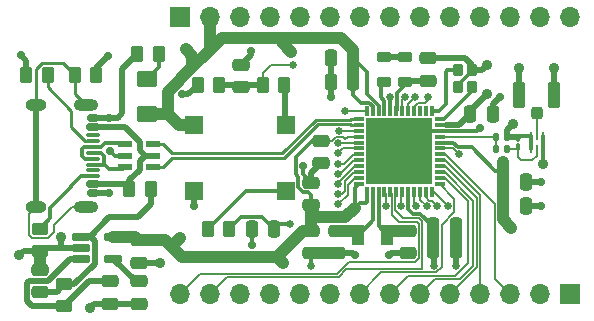
<source format=gbr>
%TF.GenerationSoftware,KiCad,Pcbnew,8.0.4*%
%TF.CreationDate,2024-08-23T17:35:39+03:00*%
%TF.ProjectId,STM32-Pill,53544d33-322d-4506-996c-6c2e6b696361,rev?*%
%TF.SameCoordinates,Original*%
%TF.FileFunction,Copper,L1,Top*%
%TF.FilePolarity,Positive*%
%FSLAX46Y46*%
G04 Gerber Fmt 4.6, Leading zero omitted, Abs format (unit mm)*
G04 Created by KiCad (PCBNEW 8.0.4) date 2024-08-23 17:35:39*
%MOMM*%
%LPD*%
G01*
G04 APERTURE LIST*
G04 Aperture macros list*
%AMRoundRect*
0 Rectangle with rounded corners*
0 $1 Rounding radius*
0 $2 $3 $4 $5 $6 $7 $8 $9 X,Y pos of 4 corners*
0 Add a 4 corners polygon primitive as box body*
4,1,4,$2,$3,$4,$5,$6,$7,$8,$9,$2,$3,0*
0 Add four circle primitives for the rounded corners*
1,1,$1+$1,$2,$3*
1,1,$1+$1,$4,$5*
1,1,$1+$1,$6,$7*
1,1,$1+$1,$8,$9*
0 Add four rect primitives between the rounded corners*
20,1,$1+$1,$2,$3,$4,$5,0*
20,1,$1+$1,$4,$5,$6,$7,0*
20,1,$1+$1,$6,$7,$8,$9,0*
20,1,$1+$1,$8,$9,$2,$3,0*%
G04 Aperture macros list end*
%TA.AperFunction,SMDPad,CuDef*%
%ADD10RoundRect,0.250000X0.262500X0.450000X-0.262500X0.450000X-0.262500X-0.450000X0.262500X-0.450000X0*%
%TD*%
%TA.AperFunction,SMDPad,CuDef*%
%ADD11R,1.500000X1.500000*%
%TD*%
%TA.AperFunction,SMDPad,CuDef*%
%ADD12RoundRect,0.250000X-0.262500X-0.450000X0.262500X-0.450000X0.262500X0.450000X-0.262500X0.450000X0*%
%TD*%
%TA.AperFunction,SMDPad,CuDef*%
%ADD13RoundRect,0.250000X-0.250000X-0.475000X0.250000X-0.475000X0.250000X0.475000X-0.250000X0.475000X0*%
%TD*%
%TA.AperFunction,SMDPad,CuDef*%
%ADD14RoundRect,0.250000X-0.475000X0.250000X-0.475000X-0.250000X0.475000X-0.250000X0.475000X0.250000X0*%
%TD*%
%TA.AperFunction,SMDPad,CuDef*%
%ADD15RoundRect,0.250000X0.450000X-0.262500X0.450000X0.262500X-0.450000X0.262500X-0.450000X-0.262500X0*%
%TD*%
%TA.AperFunction,SMDPad,CuDef*%
%ADD16RoundRect,0.250000X0.250000X0.475000X-0.250000X0.475000X-0.250000X-0.475000X0.250000X-0.475000X0*%
%TD*%
%TA.AperFunction,SMDPad,CuDef*%
%ADD17R,5.600000X5.600000*%
%TD*%
%TA.AperFunction,SMDPad,CuDef*%
%ADD18RoundRect,0.033750X0.401250X-0.101250X0.401250X0.101250X-0.401250X0.101250X-0.401250X-0.101250X0*%
%TD*%
%TA.AperFunction,SMDPad,CuDef*%
%ADD19RoundRect,0.033750X0.101250X-0.401250X0.101250X0.401250X-0.101250X0.401250X-0.101250X-0.401250X0*%
%TD*%
%TA.AperFunction,SMDPad,CuDef*%
%ADD20RoundRect,0.218750X0.381250X-0.218750X0.381250X0.218750X-0.381250X0.218750X-0.381250X-0.218750X0*%
%TD*%
%TA.AperFunction,ComponentPad*%
%ADD21O,1.700000X1.700000*%
%TD*%
%TA.AperFunction,ComponentPad*%
%ADD22R,1.700000X1.700000*%
%TD*%
%TA.AperFunction,SMDPad,CuDef*%
%ADD23RoundRect,0.162500X-0.617500X-0.162500X0.617500X-0.162500X0.617500X0.162500X-0.617500X0.162500X0*%
%TD*%
%TA.AperFunction,SMDPad,CuDef*%
%ADD24RoundRect,0.073750X-0.531250X-0.221250X0.531250X-0.221250X0.531250X0.221250X-0.531250X0.221250X0*%
%TD*%
%TA.AperFunction,SMDPad,CuDef*%
%ADD25RoundRect,0.250000X0.475000X-0.250000X0.475000X0.250000X-0.475000X0.250000X-0.475000X-0.250000X0*%
%TD*%
%TA.AperFunction,SMDPad,CuDef*%
%ADD26RoundRect,0.100000X0.100000X-0.217500X0.100000X0.217500X-0.100000X0.217500X-0.100000X-0.217500X0*%
%TD*%
%TA.AperFunction,SMDPad,CuDef*%
%ADD27RoundRect,0.250000X-0.450000X0.262500X-0.450000X-0.262500X0.450000X-0.262500X0.450000X0.262500X0*%
%TD*%
%TA.AperFunction,SMDPad,CuDef*%
%ADD28RoundRect,0.150000X-0.350000X0.150000X-0.350000X-0.150000X0.350000X-0.150000X0.350000X0.150000X0*%
%TD*%
%TA.AperFunction,SMDPad,CuDef*%
%ADD29RoundRect,0.150000X-0.425000X0.150000X-0.425000X-0.150000X0.425000X-0.150000X0.425000X0.150000X0*%
%TD*%
%TA.AperFunction,SMDPad,CuDef*%
%ADD30RoundRect,0.075000X-0.500000X0.075000X-0.500000X-0.075000X0.500000X-0.075000X0.500000X0.075000X0*%
%TD*%
%TA.AperFunction,ComponentPad*%
%ADD31O,2.100000X1.000000*%
%TD*%
%TA.AperFunction,ComponentPad*%
%ADD32O,1.800000X1.000000*%
%TD*%
%TA.AperFunction,SMDPad,CuDef*%
%ADD33RoundRect,0.140000X-0.140000X-0.170000X0.140000X-0.170000X0.140000X0.170000X-0.140000X0.170000X0*%
%TD*%
%TA.AperFunction,SMDPad,CuDef*%
%ADD34R,1.000000X1.800000*%
%TD*%
%TA.AperFunction,SMDPad,CuDef*%
%ADD35RoundRect,0.147500X-0.147500X-0.172500X0.147500X-0.172500X0.147500X0.172500X-0.147500X0.172500X0*%
%TD*%
%TA.AperFunction,SMDPad,CuDef*%
%ADD36RoundRect,0.102000X0.323000X-0.373000X0.323000X0.373000X-0.323000X0.373000X-0.323000X-0.373000X0*%
%TD*%
%TA.AperFunction,SMDPad,CuDef*%
%ADD37RoundRect,0.218750X-0.381250X0.218750X-0.381250X-0.218750X0.381250X-0.218750X0.381250X0.218750X0*%
%TD*%
%TA.AperFunction,SMDPad,CuDef*%
%ADD38RoundRect,0.250001X-0.624999X0.462499X-0.624999X-0.462499X0.624999X-0.462499X0.624999X0.462499X0*%
%TD*%
%TA.AperFunction,SMDPad,CuDef*%
%ADD39R,0.190000X0.690000*%
%TD*%
%TA.AperFunction,SMDPad,CuDef*%
%ADD40RoundRect,0.250000X0.250000X-0.275000X0.250000X0.275000X-0.250000X0.275000X-0.250000X-0.275000X0*%
%TD*%
%TA.AperFunction,SMDPad,CuDef*%
%ADD41RoundRect,0.250000X0.275000X-0.850000X0.275000X0.850000X-0.275000X0.850000X-0.275000X-0.850000X0*%
%TD*%
%TA.AperFunction,ViaPad*%
%ADD42C,0.650000*%
%TD*%
%TA.AperFunction,ViaPad*%
%ADD43C,0.900000*%
%TD*%
%TA.AperFunction,ViaPad*%
%ADD44C,0.700000*%
%TD*%
%TA.AperFunction,Conductor*%
%ADD45C,0.200000*%
%TD*%
%TA.AperFunction,Conductor*%
%ADD46C,0.500000*%
%TD*%
%TA.AperFunction,Conductor*%
%ADD47C,0.150000*%
%TD*%
%TA.AperFunction,Conductor*%
%ADD48C,0.300000*%
%TD*%
%TA.AperFunction,Conductor*%
%ADD49C,1.000000*%
%TD*%
%TA.AperFunction,Conductor*%
%ADD50C,0.220000*%
%TD*%
%TA.AperFunction,Conductor*%
%ADD51C,0.250000*%
%TD*%
G04 APERTURE END LIST*
D10*
%TO.P,R9,1*%
%TO.N,Net-(D1-K)*%
X132612500Y-84200000D03*
%TO.P,R9,2*%
%TO.N,GND*%
X130787500Y-84200000D03*
%TD*%
D11*
%TO.P,BOOT0,2,2*%
%TO.N,+3.3V*%
X135570002Y-90200000D03*
%TO.P,BOOT0,1,1*%
%TO.N,Net-(R6-Pad1)*%
X143370000Y-90200000D03*
%TD*%
D12*
%TO.P,R5,2*%
%TO.N,/BOOT0*%
X137732500Y-86800000D03*
%TO.P,R5,1*%
%TO.N,GND*%
X135907500Y-86800000D03*
%TD*%
D13*
%TO.P,C6,2*%
%TO.N,GND*%
X157739561Y-100789231D03*
%TO.P,C6,1*%
%TO.N,+3.3V*%
X155839561Y-100789231D03*
%TD*%
D10*
%TO.P,R6,2*%
%TO.N,/BOOT0*%
X141407500Y-86800000D03*
%TO.P,R6,1*%
%TO.N,Net-(R6-Pad1)*%
X143232500Y-86800000D03*
%TD*%
D14*
%TO.P,C21,2*%
%TO.N,GND*%
X130900000Y-101849999D03*
%TO.P,C21,1*%
%TO.N,+3.3V*%
X130900000Y-99950001D03*
%TD*%
D15*
%TO.P,R8,2*%
%TO.N,Net-(U2-IN)*%
X124600000Y-103687500D03*
%TO.P,R8,1*%
%TO.N,Net-(U2-EN)*%
X124600000Y-105512500D03*
%TD*%
D16*
%TO.P,C2,2*%
%TO.N,GND*%
X147150001Y-84539231D03*
%TO.P,C2,1*%
%TO.N,+3.3V*%
X149049999Y-84539231D03*
%TD*%
D17*
%TO.P,U1,49,VSS*%
%TO.N,GND*%
X152950000Y-92439231D03*
D18*
%TO.P,U1,48,VDD*%
%TO.N,+3.3V*%
X149520000Y-95189231D03*
%TO.P,U1,47,PB7*%
%TO.N,/PB7*%
X149520000Y-94689231D03*
%TO.P,U1,46,PB6*%
%TO.N,/PB6*%
X149520000Y-94189231D03*
%TO.P,U1,45,PB5*%
%TO.N,/PB5*%
X149520000Y-93689231D03*
%TO.P,U1,44,PB4*%
%TO.N,/PB4*%
X149520000Y-93189231D03*
%TO.P,U1,43,PB3*%
%TO.N,/PB3*%
X149520000Y-92689231D03*
%TO.P,U1,42,PA15*%
%TO.N,/PA15*%
X149520000Y-92189231D03*
%TO.P,U1,41,PA14*%
%TO.N,/PA14*%
X149520000Y-91689231D03*
%TO.P,U1,40,VDDUSB*%
%TO.N,+3.3V*%
X149520000Y-91189231D03*
%TO.P,U1,39,PA13*%
%TO.N,/PA13*%
X149520000Y-90689231D03*
%TO.P,U1,38,PA12*%
%TO.N,/USB_D+*%
X149520000Y-90189231D03*
%TO.P,U1,37,PA11*%
%TO.N,/USB_D-*%
X149520000Y-89689231D03*
D19*
%TO.P,U1,36,PA10*%
%TO.N,/PA10*%
X150200000Y-89009231D03*
%TO.P,U1,35,VDD*%
%TO.N,+3.3V*%
X150700000Y-89009231D03*
%TO.P,U1,34,VDDSMPS*%
X151200000Y-89009231D03*
%TO.P,U1,33,VLXSMPS*%
%TO.N,/SMPS_LX*%
X151700000Y-89009231D03*
%TO.P,U1,32,VSSSMPS*%
%TO.N,GND*%
X152200000Y-89009231D03*
%TO.P,U1,31,VFBSMPS*%
%TO.N,/SMPS_FB*%
X152700000Y-89009231D03*
%TO.P,U1,30,PE4*%
%TO.N,/PE4*%
X153200000Y-89009231D03*
%TO.P,U1,29,PB1*%
%TO.N,/PB1*%
X153700000Y-89009231D03*
%TO.P,U1,28,PB0*%
%TO.N,/PB0*%
X154200000Y-89009231D03*
%TO.P,U1,27,AT1*%
%TO.N,unconnected-(U1-AT1-Pad27)*%
X154700000Y-89009231D03*
%TO.P,U1,26,AT0*%
%TO.N,unconnected-(U1-AT0-Pad26)*%
X155200000Y-89009231D03*
%TO.P,U1,25,OSC_IN*%
%TO.N,/HSE_IN*%
X155700000Y-89009231D03*
D18*
%TO.P,U1,24,OSC_OUT*%
%TO.N,/HSE_OUT*%
X156380000Y-89689231D03*
%TO.P,U1,23,VDDRF*%
%TO.N,+3.3V*%
X156380000Y-90189231D03*
%TO.P,U1,22,VSSRF*%
%TO.N,GND*%
X156380000Y-90689231D03*
%TO.P,U1,21,RF1*%
%TO.N,/RF*%
X156380000Y-91189231D03*
%TO.P,U1,20,VDD*%
%TO.N,+3.3V*%
X156380000Y-91689231D03*
%TO.P,U1,19,PB2*%
%TO.N,/PB2*%
X156380000Y-92189231D03*
%TO.P,U1,18,PA9*%
%TO.N,/PA9*%
X156380000Y-92689231D03*
%TO.P,U1,17,PA8*%
%TO.N,/PA8*%
X156380000Y-93189231D03*
%TO.P,U1,16,PA7*%
%TO.N,/PA7*%
X156380000Y-93689231D03*
%TO.P,U1,15,PA6*%
%TO.N,/PA6*%
X156380000Y-94189231D03*
%TO.P,U1,14,PA5*%
%TO.N,/PA5*%
X156380000Y-94689231D03*
%TO.P,U1,13,PA4*%
%TO.N,/PA4*%
X156380000Y-95189231D03*
D19*
%TO.P,U1,12,PA3*%
%TO.N,/PA3*%
X155700000Y-95869231D03*
%TO.P,U1,11,PA2*%
%TO.N,/PA2*%
X155200000Y-95869231D03*
%TO.P,U1,10,PA1*%
%TO.N,/PA1*%
X154700000Y-95869231D03*
%TO.P,U1,9,PA0*%
%TO.N,/PA0*%
X154200000Y-95869231D03*
%TO.P,U1,8,VDDA*%
%TO.N,+3.3V*%
X153700000Y-95869231D03*
%TO.P,U1,7,NRST*%
%TO.N,/NRST*%
X153200000Y-95869231D03*
%TO.P,U1,6,PB9*%
%TO.N,/PB9*%
X152700000Y-95869231D03*
%TO.P,U1,5,PB8*%
%TO.N,/PB8*%
X152200000Y-95869231D03*
%TO.P,U1,4,PH3*%
%TO.N,/BOOT0*%
X151700000Y-95869231D03*
%TO.P,U1,3,PC15*%
%TO.N,/LSE_OUT*%
X151200000Y-95869231D03*
%TO.P,U1,2,PC14*%
%TO.N,/LSE_IN*%
X150700000Y-95869231D03*
%TO.P,U1,1,VBAT*%
%TO.N,+3.3V*%
X150200000Y-95869231D03*
%TD*%
D20*
%TO.P,L1,2,2*%
%TO.N,/SMPS_LX1*%
X151621800Y-84437500D03*
%TO.P,L1,1,1*%
%TO.N,/SMPS_LX*%
X151621800Y-86562500D03*
%TD*%
D21*
%TO.P,J2,14,Pin_14*%
%TO.N,/PB8*%
X134380000Y-104489231D03*
%TO.P,J2,13,Pin_13*%
%TO.N,/PB9*%
X136920000Y-104489231D03*
%TO.P,J2,12,Pin_12*%
%TO.N,/PA0*%
X139460001Y-104489231D03*
%TO.P,J2,11,Pin_11*%
%TO.N,/PA1*%
X142000000Y-104489231D03*
%TO.P,J2,10,Pin_10*%
%TO.N,/PA2*%
X144540000Y-104489231D03*
%TO.P,J2,9,Pin_9*%
%TO.N,/PA3*%
X147080000Y-104489231D03*
%TO.P,J2,8,Pin_8*%
%TO.N,/PA4*%
X149619999Y-104489231D03*
%TO.P,J2,7,Pin_7*%
%TO.N,/PA5*%
X152160000Y-104489231D03*
%TO.P,J2,6,Pin_6*%
%TO.N,/PA6*%
X154700000Y-104489231D03*
%TO.P,J2,5,Pin_5*%
%TO.N,/PA7*%
X157240000Y-104489231D03*
%TO.P,J2,4,Pin_4*%
%TO.N,/PA8*%
X159780000Y-104489231D03*
%TO.P,J2,3,Pin_3*%
%TO.N,/PA9*%
X162320001Y-104489231D03*
%TO.P,J2,2,Pin_2*%
%TO.N,/PE4*%
X164860000Y-104489231D03*
D22*
%TO.P,J2,1,Pin_1*%
%TO.N,GND*%
X167400000Y-104489231D03*
%TD*%
D23*
%TO.P,U2,1,IN*%
%TO.N,Net-(U2-IN)*%
X126050000Y-99650000D03*
%TO.P,U2,2,GND*%
%TO.N,GND*%
X126050000Y-100600000D03*
%TO.P,U2,3,EN*%
%TO.N,Net-(U2-EN)*%
X126050000Y-101550000D03*
%TO.P,U2,4,NR*%
%TO.N,Net-(U2-NR)*%
X128750000Y-101550000D03*
%TO.P,U2,5,OUT*%
%TO.N,+3.3V*%
X128750000Y-99650000D03*
%TD*%
D14*
%TO.P,C20,2*%
%TO.N,GND*%
X130900000Y-105349999D03*
%TO.P,C20,1*%
%TO.N,Net-(U2-NR)*%
X130900000Y-103450001D03*
%TD*%
D24*
%TO.P,U3,1,I/O1*%
%TO.N,Net-(J1-D--PadA7)*%
X129731600Y-91850001D03*
%TO.P,U3,2,GND*%
%TO.N,GND*%
X129731600Y-92800001D03*
%TO.P,U3,3,I/O2*%
%TO.N,Net-(J1-D+-PadA6)*%
X129731600Y-93750001D03*
%TO.P,U3,4,I/O2*%
%TO.N,/USB_D+*%
X132068400Y-93750001D03*
%TO.P,U3,5,VBUS*%
%TO.N,VBUS (+5V)*%
X132068400Y-92800001D03*
%TO.P,U3,6,I/O1*%
%TO.N,/USB_D-*%
X132068400Y-91850001D03*
%TD*%
D11*
%TO.P,SW1,1,1*%
%TO.N,Net-(R1-Pad1)*%
X143370000Y-95800000D03*
%TO.P,SW1,2,2*%
%TO.N,GND*%
X135570002Y-95800000D03*
%TD*%
D13*
%TO.P,C9,1*%
%TO.N,+3.3V*%
X161750000Y-97039231D03*
%TO.P,C9,2*%
%TO.N,GND*%
X163650000Y-97039231D03*
%TD*%
D14*
%TO.P,C14,2*%
%TO.N,GND*%
X153700000Y-101039230D03*
%TO.P,C14,1*%
%TO.N,/LSE_OUT*%
X153700000Y-99139232D03*
%TD*%
D25*
%TO.P,C12,2*%
%TO.N,GND*%
X155400000Y-84550001D03*
%TO.P,C12,1*%
%TO.N,/SMPS_FB*%
X155400000Y-86449999D03*
%TD*%
D14*
%TO.P,C4,2*%
%TO.N,GND*%
X145500000Y-101039230D03*
%TO.P,C4,1*%
%TO.N,+3.3V*%
X145500000Y-99139232D03*
%TD*%
D13*
%TO.P,C5,2*%
%TO.N,GND*%
X157739560Y-98789231D03*
%TO.P,C5,1*%
%TO.N,+3.3V*%
X155839562Y-98789231D03*
%TD*%
D26*
%TO.P,C16,2*%
%TO.N,GND*%
X163000000Y-91292500D03*
%TO.P,C16,1*%
%TO.N,Net-(FL1-IN)*%
X163000000Y-92107500D03*
%TD*%
D14*
%TO.P,C19,1*%
%TO.N,Net-(U2-EN)*%
X128500000Y-103450001D03*
%TO.P,C19,2*%
%TO.N,GND*%
X128500000Y-105349999D03*
%TD*%
D27*
%TO.P,R2,2*%
%TO.N,GND*%
X122498163Y-100833500D03*
%TO.P,R2,1*%
%TO.N,Net-(J1-CC2)*%
X122498163Y-99008500D03*
%TD*%
D10*
%TO.P,R3,1*%
%TO.N,Net-(J1-CC1)*%
X123212500Y-86000001D03*
%TO.P,R3,2*%
%TO.N,GND*%
X121387500Y-86000001D03*
%TD*%
D28*
%TO.P,J1,A1,GND*%
%TO.N,GND*%
X127065000Y-89600001D03*
D29*
%TO.P,J1,A4,VBUS*%
%TO.N,VBUS (+5V)*%
X126990000Y-90400001D03*
D30*
%TO.P,J1,A5,CC1*%
%TO.N,Net-(J1-CC1)*%
X126989999Y-91550001D03*
%TO.P,J1,A6,D+*%
%TO.N,Net-(J1-D+-PadA6)*%
X126990000Y-92550001D03*
%TO.P,J1,A7,D-*%
%TO.N,Net-(J1-D--PadA7)*%
X126990000Y-93050001D03*
%TO.P,J1,A8,SBU1*%
%TO.N,unconnected-(J1-SBU1-PadA8)*%
X126989999Y-94050001D03*
D29*
%TO.P,J1,A9,VBUS*%
%TO.N,VBUS (+5V)*%
X126990000Y-95200001D03*
D28*
%TO.P,J1,A12,GND*%
%TO.N,GND*%
X127065000Y-96000001D03*
%TO.P,J1,B1,GND*%
X127065000Y-96000001D03*
D29*
%TO.P,J1,B4,VBUS*%
%TO.N,VBUS (+5V)*%
X126990000Y-95200001D03*
D30*
%TO.P,J1,B5,CC2*%
%TO.N,Net-(J1-CC2)*%
X126990000Y-94550001D03*
%TO.P,J1,B6,D+*%
%TO.N,Net-(J1-D+-PadA6)*%
X126990000Y-93550001D03*
%TO.P,J1,B7,D-*%
%TO.N,Net-(J1-D--PadA7)*%
X126990000Y-92050001D03*
%TO.P,J1,B8,SBU2*%
%TO.N,unconnected-(J1-SBU2-PadB8)*%
X126990000Y-91050001D03*
D29*
%TO.P,J1,B9,VBUS*%
%TO.N,VBUS (+5V)*%
X126990000Y-90400001D03*
D28*
%TO.P,J1,B12,GND*%
%TO.N,GND*%
X127065000Y-89600001D03*
D31*
%TO.P,J1,S1,SHIELD*%
%TO.N,Net-(J1-SHIELD)*%
X126415000Y-88480001D03*
D32*
X122235000Y-88480001D03*
D31*
X126415000Y-97120001D03*
D32*
X122235000Y-97120001D03*
%TD*%
D12*
%TO.P,R1,1*%
%TO.N,Net-(R1-Pad1)*%
X136737500Y-99050000D03*
%TO.P,R1,2*%
%TO.N,/NRST*%
X138562500Y-99050000D03*
%TD*%
D33*
%TO.P,C15,2*%
%TO.N,GND*%
X162080000Y-91200000D03*
%TO.P,C15,1*%
%TO.N,/RF*%
X161120000Y-91200000D03*
%TD*%
D25*
%TO.P,C7,1*%
%TO.N,+3.3V*%
X145500000Y-96989230D03*
%TO.P,C7,2*%
%TO.N,GND*%
X145500000Y-95089232D03*
%TD*%
D14*
%TO.P,C13,2*%
%TO.N,GND*%
X147700000Y-101039230D03*
%TO.P,C13,1*%
%TO.N,/LSE_IN*%
X147700000Y-99139232D03*
%TD*%
D34*
%TO.P,X2,2,2*%
%TO.N,/LSE_IN*%
X149450000Y-99539231D03*
%TO.P,X2,1,1*%
%TO.N,/LSE_OUT*%
X151950000Y-99539231D03*
%TD*%
D35*
%TO.P,L3,2,2*%
%TO.N,Net-(FL1-IN)*%
X162085000Y-92200000D03*
%TO.P,L3,1,1*%
%TO.N,/RF*%
X161115000Y-92200000D03*
%TD*%
D16*
%TO.P,C1,2*%
%TO.N,GND*%
X147150001Y-86539231D03*
%TO.P,C1,1*%
%TO.N,+3.3V*%
X149049999Y-86539231D03*
%TD*%
D36*
%TO.P,X1,1,1*%
%TO.N,/HSE_OUT*%
X159075000Y-87025000D03*
%TO.P,X1,2,2*%
%TO.N,GND*%
X159075000Y-85575000D03*
%TO.P,X1,3,3*%
%TO.N,/HSE_IN*%
X157925000Y-85575000D03*
%TO.P,X1,4,4*%
%TO.N,GND*%
X157925000Y-87025000D03*
%TD*%
D22*
%TO.P,J3,1,Pin_1*%
%TO.N,GND*%
X134390000Y-81089231D03*
D21*
%TO.P,J3,2,Pin_2*%
%TO.N,+3.3V*%
X136930000Y-81089231D03*
%TO.P,J3,3,Pin_3*%
%TO.N,/PB7*%
X139469999Y-81089231D03*
%TO.P,J3,4,Pin_4*%
%TO.N,/PB6*%
X142010000Y-81089231D03*
%TO.P,J3,5,Pin_5*%
%TO.N,/PB5*%
X144550000Y-81089231D03*
%TO.P,J3,6,Pin_6*%
%TO.N,/PB4*%
X147090000Y-81089231D03*
%TO.P,J3,7,Pin_7*%
%TO.N,/PB3*%
X149630000Y-81089231D03*
%TO.P,J3,8,Pin_8*%
%TO.N,/PA14*%
X152170001Y-81089231D03*
%TO.P,J3,9,Pin_9*%
%TO.N,/PA13*%
X154710000Y-81089231D03*
%TO.P,J3,10,Pin_10*%
%TO.N,/PA10*%
X157250000Y-81089231D03*
%TO.P,J3,11,Pin_11*%
%TO.N,/PA15*%
X159790000Y-81089231D03*
%TO.P,J3,12,Pin_12*%
%TO.N,/PB2*%
X162329999Y-81089231D03*
%TO.P,J3,13,Pin_13*%
%TO.N,/PB1*%
X164870000Y-81089231D03*
%TO.P,J3,14,Pin_14*%
%TO.N,/PB0*%
X167410000Y-81089231D03*
%TD*%
D37*
%TO.P,L2,2,2*%
%TO.N,/SMPS_FB*%
X153445900Y-86562500D03*
%TO.P,L2,1,1*%
%TO.N,/SMPS_LX1*%
X153445900Y-84437500D03*
%TD*%
D16*
%TO.P,C11,1*%
%TO.N,/NRST*%
X142349999Y-99050000D03*
%TO.P,C11,2*%
%TO.N,GND*%
X140450001Y-99050000D03*
%TD*%
D12*
%TO.P,R4,1*%
%TO.N,Net-(J1-SHIELD)*%
X125487500Y-86000001D03*
%TO.P,R4,2*%
%TO.N,GND*%
X127312500Y-86000001D03*
%TD*%
D25*
%TO.P,C18,1*%
%TO.N,Net-(U2-IN)*%
X122500000Y-104349999D03*
%TO.P,C18,2*%
%TO.N,GND*%
X122500000Y-102450001D03*
%TD*%
D38*
%TO.P,D1,1,K*%
%TO.N,Net-(D1-K)*%
X131600000Y-86312501D03*
%TO.P,D1,2,A*%
%TO.N,+3.3V*%
X131600000Y-89287501D03*
%TD*%
D13*
%TO.P,C3,1*%
%TO.N,+3.3V*%
X158950001Y-89300000D03*
%TO.P,C3,2*%
%TO.N,GND*%
X160849999Y-89300000D03*
%TD*%
D39*
%TO.P,FL1,6,GND*%
%TO.N,GND*%
X164100000Y-91130001D03*
%TO.P,FL1,5,OUT*%
%TO.N,/RF_Antenna*%
X164600000Y-91130000D03*
%TO.P,FL1,4,GND*%
%TO.N,GND*%
X165100000Y-91130001D03*
%TO.P,FL1,3,GND*%
X165100000Y-92269999D03*
%TO.P,FL1,2,IN*%
%TO.N,Net-(FL1-IN)*%
X164600000Y-92270000D03*
%TO.P,FL1,1,GND*%
%TO.N,GND*%
X164100000Y-92269999D03*
%TD*%
D10*
%TO.P,R7,1*%
%TO.N,Net-(U2-IN)*%
X131912500Y-95600000D03*
%TO.P,R7,2*%
%TO.N,VBUS (+5V)*%
X130087500Y-95600000D03*
%TD*%
D14*
%TO.P,C10,2*%
%TO.N,GND*%
X146300000Y-93449999D03*
%TO.P,C10,1*%
%TO.N,+3.3V*%
X146300000Y-91550001D03*
%TD*%
D13*
%TO.P,C8,1*%
%TO.N,+3.3V*%
X161750000Y-95000000D03*
%TO.P,C8,2*%
%TO.N,GND*%
X163650000Y-95000000D03*
%TD*%
D25*
%TO.P,C17,2*%
%TO.N,GND*%
X139570001Y-85100001D03*
%TO.P,C17,1*%
%TO.N,/BOOT0*%
X139570001Y-86999999D03*
%TD*%
D40*
%TO.P,J4,1,In*%
%TO.N,/RF_Antenna*%
X164600000Y-89150000D03*
D41*
%TO.P,J4,2,Ext*%
%TO.N,GND*%
X163125000Y-87625000D03*
X166075000Y-87625000D03*
%TD*%
D42*
%TO.N,/PE4*%
X153400000Y-87800000D03*
%TO.N,/PB0*%
X155400000Y-87800000D03*
%TO.N,/PB1*%
X154300000Y-87800000D03*
%TO.N,/PB2*%
X158000000Y-92700000D03*
%TO.N,/PA13*%
X147829231Y-90689231D03*
%TO.N,/NRST*%
X153105000Y-97089231D03*
D43*
%TO.N,GND*%
X120800000Y-101200000D03*
X124300000Y-99700000D03*
X126800000Y-105700000D03*
X132700000Y-101900000D03*
D42*
X145500000Y-102116901D03*
D43*
%TO.N,+3.3V*%
X143800000Y-84000000D03*
X143100000Y-101900000D03*
X134350000Y-99750000D03*
%TO.N,GND*%
X154300000Y-93900000D03*
X151500000Y-91100000D03*
D42*
%TO.N,/BOOT0*%
X151795000Y-97089231D03*
D43*
%TO.N,GND*%
X160400000Y-85100000D03*
X166075000Y-85400000D03*
X163100000Y-85400000D03*
X165100000Y-93500000D03*
X162600000Y-90100000D03*
%TO.N,+3.3V*%
X160400000Y-87600000D03*
D44*
%TO.N,GND*%
X164950000Y-95000000D03*
D42*
X157789561Y-102100000D03*
D44*
X128491617Y-92400000D03*
X120900000Y-84300001D03*
X140450001Y-100400000D03*
X128300000Y-84400001D03*
X149250000Y-101235789D03*
X144800000Y-93700000D03*
X140400000Y-83900001D03*
X147200000Y-87800000D03*
X134600000Y-87600000D03*
X128400000Y-89600001D03*
X152050000Y-101235789D03*
X159800000Y-90489231D03*
X128400000Y-96000001D03*
D42*
X152200000Y-87800000D03*
D44*
X161500000Y-87800000D03*
X164950000Y-97039231D03*
D42*
%TO.N,+3.3V*%
X155889561Y-102100000D03*
D43*
X161747099Y-93373177D03*
D44*
X134900000Y-83800001D03*
D43*
X162450000Y-98889231D03*
D42*
%TO.N,/NRST*%
X143700000Y-98600000D03*
%TO.N,/BOOT0*%
X143960439Y-85089231D03*
%TO.N,/PA2*%
X156187500Y-97089231D03*
%TO.N,/PA1*%
X155275000Y-97089231D03*
%TO.N,/PA10*%
X148400000Y-89000000D03*
%TO.N,/PA3*%
X157100000Y-97089231D03*
%TO.N,/PA0*%
X154362500Y-97089231D03*
%TO.N,/PB5*%
X147800000Y-95183332D03*
%TO.N,/PB6*%
X147800000Y-96041665D03*
%TO.N,/PB4*%
X147800000Y-94324999D03*
%TO.N,/PB7*%
X147800000Y-96900000D03*
%TO.N,/PA15*%
X147800000Y-92608333D03*
%TO.N,/PB3*%
X147800000Y-93466666D03*
D44*
%TO.N,GND*%
X135600000Y-97100000D03*
D42*
%TO.N,/PA14*%
X147800000Y-91750000D03*
%TD*%
D45*
%TO.N,Net-(J1-SHIELD)*%
X123200000Y-99800000D02*
X123700000Y-99300000D01*
X121578163Y-99478163D02*
X121900000Y-99800000D01*
X121900000Y-99800000D02*
X123200000Y-99800000D01*
X121578163Y-97776838D02*
X121578163Y-99478163D01*
X123700000Y-98700000D02*
X125279999Y-97120001D01*
X125279999Y-97120001D02*
X126415000Y-97120001D01*
X123700000Y-99300000D02*
X123700000Y-98700000D01*
X122235000Y-97120001D02*
X121578163Y-97776838D01*
D46*
%TO.N,Net-(U2-EN)*%
X125050000Y-101550000D02*
X126050000Y-101550000D01*
X121405000Y-105083489D02*
X121405000Y-103595000D01*
X121580199Y-103419801D02*
X123180199Y-103419801D01*
X121834011Y-105512500D02*
X121405000Y-105083489D01*
X124600000Y-105512500D02*
X121834011Y-105512500D01*
X121405000Y-103595000D02*
X121580199Y-103419801D01*
X123180199Y-103419801D02*
X125050000Y-101550000D01*
%TO.N,Net-(U2-IN)*%
X123937501Y-104349999D02*
X124600000Y-103687500D01*
X122500000Y-104349999D02*
X123937501Y-104349999D01*
D47*
%TO.N,/PA13*%
X147829231Y-90689231D02*
X149520000Y-90689231D01*
%TO.N,+3.3V*%
X147264607Y-91550001D02*
X146300000Y-91550001D01*
X147584608Y-91230000D02*
X147264607Y-91550001D01*
X148380769Y-91419231D02*
X148191538Y-91230000D01*
X148610769Y-91189231D02*
X148380769Y-91419231D01*
X148191538Y-91230000D02*
X147584608Y-91230000D01*
X149520000Y-91189231D02*
X148610769Y-91189231D01*
%TO.N,/NRST*%
X153200000Y-95869231D02*
X153105000Y-95964231D01*
X153105000Y-95964231D02*
X153105000Y-97183311D01*
%TO.N,/BOOT0*%
X151795000Y-95964231D02*
X151700000Y-95869231D01*
X151795000Y-97200000D02*
X151795000Y-95964231D01*
%TO.N,/PB9*%
X138339231Y-103070000D02*
X136920000Y-104489231D01*
X147811838Y-103070000D02*
X138339231Y-103070000D01*
X148471838Y-102410000D02*
X147811838Y-103070000D01*
X154890000Y-98327573D02*
X154890000Y-102410000D01*
X153231297Y-98045000D02*
X154607427Y-98045000D01*
X154890000Y-102410000D02*
X148471838Y-102410000D01*
X154607427Y-98045000D02*
X154890000Y-98327573D01*
X152585000Y-97398703D02*
X153231297Y-98045000D01*
X152585000Y-95984231D02*
X152585000Y-97398703D01*
X152700000Y-95869231D02*
X152585000Y-95984231D01*
%TO.N,/PB8*%
X152315000Y-97815000D02*
X152315000Y-95984231D01*
X154620000Y-98565000D02*
X154455000Y-98400000D01*
X152315000Y-95984231D02*
X152200000Y-95869231D01*
X154455000Y-98400000D02*
X152900000Y-98400000D01*
X154319693Y-101780789D02*
X154620000Y-101480482D01*
X148719211Y-101780789D02*
X154319693Y-101780789D01*
X154620000Y-101480482D02*
X154620000Y-98565000D01*
X152900000Y-98400000D02*
X152315000Y-97815000D01*
X147700000Y-102800000D02*
X148719211Y-101780789D01*
X136069231Y-102800000D02*
X147700000Y-102800000D01*
X134380000Y-104489231D02*
X136069231Y-102800000D01*
%TO.N,/PA3*%
X155700000Y-95869231D02*
X155880000Y-95869231D01*
X155880000Y-95869231D02*
X157100000Y-97089231D01*
%TO.N,/PA2*%
X155698269Y-96600000D02*
X156187500Y-97089231D01*
X155495769Y-96600000D02*
X155698269Y-96600000D01*
X155200000Y-95869231D02*
X155200000Y-96304231D01*
X155200000Y-96304231D02*
X155495769Y-96600000D01*
%TO.N,/PA1*%
X154700000Y-96514231D02*
X155275000Y-97089231D01*
X154700000Y-95869231D02*
X154700000Y-96514231D01*
%TO.N,/PA0*%
X154200000Y-96926731D02*
X154362500Y-97089231D01*
X154200000Y-95869231D02*
X154200000Y-96926731D01*
%TO.N,/PA4*%
X151425533Y-102683697D02*
X149619999Y-104489231D01*
X156041256Y-102683697D02*
X151425533Y-102683697D01*
X156534561Y-98632978D02*
X156534561Y-102190392D01*
X157620000Y-97547539D02*
X156534561Y-98632978D01*
X156534561Y-102190392D02*
X156041256Y-102683697D01*
X157620000Y-96429231D02*
X157620000Y-97547539D01*
X156380000Y-95189231D02*
X157620000Y-96429231D01*
%TO.N,/PA5*%
X153695534Y-102953697D02*
X152160000Y-104489231D01*
X157700000Y-102953697D02*
X153695534Y-102953697D01*
X158800000Y-96674231D02*
X158800000Y-101853697D01*
X158800000Y-101853697D02*
X157700000Y-102953697D01*
X156815000Y-94689231D02*
X158800000Y-96674231D01*
X156380000Y-94689231D02*
X156815000Y-94689231D01*
%TO.N,/PA6*%
X158123696Y-103223697D02*
X155965534Y-103223697D01*
X159230000Y-102117393D02*
X158123696Y-103223697D01*
X159230000Y-96604231D02*
X159230000Y-102117393D01*
X155965534Y-103223697D02*
X154700000Y-104489231D01*
X156815000Y-94189231D02*
X159230000Y-96604231D01*
X156380000Y-94189231D02*
X156815000Y-94189231D01*
%TO.N,/PA7*%
X159500000Y-102229231D02*
X157240000Y-104489231D01*
X159500000Y-96374231D02*
X159500000Y-102229231D01*
X156815000Y-93689231D02*
X159500000Y-96374231D01*
X156380000Y-93689231D02*
X156815000Y-93689231D01*
%TO.N,/PA8*%
X159780000Y-96154231D02*
X159780000Y-104489231D01*
X156815000Y-93189231D02*
X159780000Y-96154231D01*
X156380000Y-93189231D02*
X156815000Y-93189231D01*
%TO.N,/PA9*%
X161055000Y-103224230D02*
X162320001Y-104489231D01*
X161055000Y-96929231D02*
X161055000Y-103224230D01*
X156815000Y-92689231D02*
X161055000Y-96929231D01*
X156380000Y-92689231D02*
X156815000Y-92689231D01*
%TO.N,/PE4*%
X153200000Y-88000000D02*
X153400000Y-87800000D01*
X153200000Y-89009231D02*
X153200000Y-88000000D01*
D48*
%TO.N,/SMPS_FB*%
X152795000Y-88914231D02*
X152700000Y-89009231D01*
X153445900Y-86854100D02*
X152795000Y-87505000D01*
X153445900Y-86562500D02*
X153445900Y-86854100D01*
X152795000Y-87505000D02*
X152795000Y-88914231D01*
D47*
%TO.N,/PB2*%
X157489231Y-92189231D02*
X156380000Y-92189231D01*
X158000000Y-92700000D02*
X157489231Y-92189231D01*
D49*
%TO.N,+3.3V*%
X161750000Y-94100000D02*
X161750000Y-93376078D01*
X161750000Y-95039231D02*
X161750000Y-94100000D01*
D47*
%TO.N,/PB7*%
X148590000Y-96110000D02*
X147800000Y-96900000D01*
X149193064Y-94689231D02*
X148590000Y-95292295D01*
X148590000Y-95292295D02*
X148590000Y-96110000D01*
X149520000Y-94689231D02*
X149193064Y-94689231D01*
%TO.N,/PB6*%
X148320000Y-95791665D02*
X148070000Y-96041665D01*
X149085000Y-94189231D02*
X148320000Y-94954231D01*
X148320000Y-94954231D02*
X148320000Y-95791665D01*
X149520000Y-94189231D02*
X149085000Y-94189231D01*
%TO.N,/PB5*%
X149193064Y-93689231D02*
X147800000Y-95082295D01*
X149520000Y-93689231D02*
X149193064Y-93689231D01*
X147800000Y-95082295D02*
X147800000Y-95183332D01*
%TO.N,/PB4*%
X149520000Y-93189231D02*
X149085000Y-93189231D01*
X149085000Y-93189231D02*
X147949232Y-94324999D01*
X147949232Y-94324999D02*
X147800000Y-94324999D01*
%TO.N,/PB0*%
X155120769Y-88379231D02*
X154503064Y-88379231D01*
X155400000Y-88100000D02*
X155120769Y-88379231D01*
X154200000Y-88682295D02*
X154200000Y-89009231D01*
X155400000Y-87800000D02*
X155400000Y-88100000D01*
X154503064Y-88379231D02*
X154200000Y-88682295D01*
%TO.N,/PB1*%
X153700000Y-88400000D02*
X153700000Y-89009231D01*
X154300000Y-87800000D02*
X153700000Y-88400000D01*
%TO.N,/PB6*%
X147800000Y-95974231D02*
X147800000Y-96041665D01*
%TO.N,/PB3*%
X148307565Y-93466666D02*
X147800000Y-93466666D01*
X149085000Y-92689231D02*
X148307565Y-93466666D01*
X149520000Y-92689231D02*
X149085000Y-92689231D01*
%TO.N,/PA15*%
X148219102Y-92189231D02*
X147800000Y-92608333D01*
X149520000Y-92189231D02*
X148219102Y-92189231D01*
%TO.N,/PA14*%
X147860769Y-91689231D02*
X147800000Y-91750000D01*
X149520000Y-91689231D02*
X147860769Y-91689231D01*
D46*
%TO.N,GND*%
X124300000Y-100600000D02*
X124300000Y-99700000D01*
X126050000Y-100600000D02*
X124300000Y-100600000D01*
X127150001Y-105349999D02*
X126800000Y-105700000D01*
X128500000Y-105349999D02*
X127150001Y-105349999D01*
X132649999Y-101849999D02*
X132700000Y-101900000D01*
X130900000Y-101849999D02*
X132649999Y-101849999D01*
D48*
%TO.N,/NRST*%
X142799999Y-98600000D02*
X142349999Y-99050000D01*
X143700000Y-98600000D02*
X142799999Y-98600000D01*
%TO.N,GND*%
X145500000Y-102116901D02*
X145500000Y-101039230D01*
X145616902Y-102116901D02*
X145500000Y-101999999D01*
D49*
X145500000Y-101039230D02*
X147700000Y-101039230D01*
D48*
%TO.N,Net-(D1-K)*%
X132612500Y-85300001D02*
X131600000Y-86312501D01*
X132612500Y-84200000D02*
X132612500Y-85300001D01*
D46*
%TO.N,GND*%
X129500000Y-85487500D02*
X130787500Y-84200000D01*
X129500000Y-89200000D02*
X129500000Y-85487500D01*
X129099999Y-89600001D02*
X129500000Y-89200000D01*
X128400000Y-89600001D02*
X129099999Y-89600001D01*
D48*
%TO.N,+3.3V*%
X144400000Y-94583202D02*
X144180000Y-94363202D01*
X144400000Y-95456550D02*
X144400000Y-94583202D01*
X144802682Y-95859232D02*
X144400000Y-95456550D01*
X144180000Y-92945001D02*
X145575000Y-91550001D01*
X145575000Y-91550001D02*
X146300000Y-91550001D01*
X145259232Y-95859232D02*
X144802682Y-95859232D01*
X144180000Y-94363202D02*
X144180000Y-92945001D01*
X145500000Y-96100000D02*
X145259232Y-95859232D01*
X145500000Y-96989230D02*
X145500000Y-96100000D01*
X146500000Y-97989230D02*
X145500000Y-96989230D01*
D49*
X146500000Y-98000000D02*
X148400000Y-98000000D01*
X145500000Y-98000000D02*
X146500000Y-98000000D01*
D48*
X146500000Y-98000000D02*
X146500000Y-97989230D01*
%TO.N,GND*%
X144800000Y-93700000D02*
X144800000Y-94389232D01*
X144800000Y-94389232D02*
X145500000Y-95089232D01*
D49*
%TO.N,+3.3V*%
X143000000Y-83200000D02*
X143800000Y-84000000D01*
X143000000Y-82800000D02*
X143000000Y-83200000D01*
X143000000Y-82800000D02*
X148035768Y-82800000D01*
X137956987Y-82800000D02*
X143000000Y-82800000D01*
X133650000Y-100450000D02*
X134350000Y-99750000D01*
X142604671Y-101404671D02*
X143100000Y-101900000D01*
X142604671Y-101370000D02*
X142604671Y-101404671D01*
X133650000Y-100450000D02*
X133150001Y-99950001D01*
X134570000Y-101370000D02*
X133650000Y-100450000D01*
D46*
%TO.N,GND*%
X159925000Y-85575000D02*
X160400000Y-85100000D01*
X159075000Y-85575000D02*
X159925000Y-85575000D01*
X159075000Y-85100001D02*
X159075000Y-85575000D01*
X158525000Y-84550001D02*
X159075000Y-85100001D01*
X155400000Y-84550001D02*
X158525000Y-84550001D01*
D47*
%TO.N,/PA10*%
X149230000Y-89009231D02*
X150200000Y-89009231D01*
X149220769Y-89000000D02*
X149230000Y-89009231D01*
X148400000Y-89000000D02*
X149220769Y-89000000D01*
D46*
%TO.N,GND*%
X164950000Y-97039231D02*
X163650000Y-97039231D01*
X164950000Y-95000000D02*
X163650000Y-95000000D01*
X166075000Y-85400000D02*
X166075000Y-87625000D01*
X163100000Y-87600000D02*
X163125000Y-87625000D01*
X163100000Y-85400000D02*
X163100000Y-87600000D01*
X163125000Y-85425000D02*
X163100000Y-85400000D01*
D45*
%TO.N,/RF_Antenna*%
X164600000Y-91130000D02*
X164600000Y-89150000D01*
D48*
%TO.N,GND*%
X165100000Y-92269999D02*
X165100000Y-93500000D01*
D46*
X162080000Y-90620000D02*
X162600000Y-90100000D01*
X162080000Y-91200000D02*
X162080000Y-90620000D01*
D48*
X163162499Y-91130001D02*
X163000000Y-91292500D01*
X164100000Y-91130001D02*
X163162499Y-91130001D01*
X165100000Y-91130001D02*
X165100000Y-92269999D01*
X164100000Y-91130001D02*
X164100000Y-92269999D01*
D46*
X162907500Y-91200000D02*
X163000000Y-91292500D01*
X162080000Y-91200000D02*
X162907500Y-91200000D01*
D45*
%TO.N,Net-(FL1-IN)*%
X164200000Y-93200000D02*
X164600000Y-92800000D01*
X164600000Y-92800000D02*
X164600000Y-92270000D01*
X163300000Y-93200000D02*
X164200000Y-93200000D01*
X163000000Y-92107500D02*
X163000000Y-92900000D01*
X163000000Y-92900000D02*
X163300000Y-93200000D01*
X162907500Y-92200000D02*
X163000000Y-92107500D01*
X162085000Y-92200000D02*
X162907500Y-92200000D01*
%TO.N,/RF*%
X161120000Y-92195000D02*
X161115000Y-92200000D01*
X161120000Y-91200000D02*
X161120000Y-92195000D01*
X161109231Y-91189231D02*
X161120000Y-91200000D01*
X156380000Y-91189231D02*
X161109231Y-91189231D01*
D48*
%TO.N,+3.3V*%
X150100000Y-96800000D02*
X150200000Y-96700000D01*
X150200000Y-96700000D02*
X150200000Y-95869231D01*
X149600000Y-96800000D02*
X150100000Y-96800000D01*
X149200000Y-97200000D02*
X149600000Y-96800000D01*
X149200000Y-95509231D02*
X149520000Y-95189231D01*
X149200000Y-97200000D02*
X149200000Y-95509231D01*
D49*
X148400000Y-98000000D02*
X149200000Y-97200000D01*
X145500000Y-98000000D02*
X145500000Y-99139232D01*
X145500000Y-96989230D02*
X145500000Y-98000000D01*
D46*
%TO.N,GND*%
X145500000Y-95089232D02*
X145500000Y-94249999D01*
X145500000Y-94249999D02*
X146300000Y-93449999D01*
D50*
%TO.N,/USB_D-*%
X148802499Y-89754231D02*
X148867499Y-89689231D01*
X145884139Y-89754231D02*
X148802499Y-89754231D01*
X143023369Y-92615001D02*
X145884139Y-89754231D01*
X148867499Y-89689231D02*
X149520000Y-89689231D01*
X133740901Y-92615001D02*
X143023369Y-92615001D01*
%TO.N,/USB_D+*%
X148867499Y-90189231D02*
X149520000Y-90189231D01*
%TO.N,/USB_D-*%
X132975901Y-91850001D02*
X133740901Y-92615001D01*
%TO.N,/USB_D+*%
X148802499Y-90124231D02*
X148867499Y-90189231D01*
%TO.N,/USB_D-*%
X132068400Y-91850001D02*
X132975901Y-91850001D01*
%TO.N,/USB_D+*%
X146037399Y-90124231D02*
X148802499Y-90124231D01*
X132068400Y-93750001D02*
X132975901Y-93750001D01*
X132975901Y-93750001D02*
X133740901Y-92985001D01*
X143176629Y-92985001D02*
X146037399Y-90124231D01*
X133740901Y-92985001D02*
X143176629Y-92985001D01*
D49*
%TO.N,+3.3V*%
X136930000Y-83826988D02*
X136828494Y-83928494D01*
X136930000Y-81089231D02*
X136930000Y-83826988D01*
X136828494Y-83928494D02*
X137956987Y-82800000D01*
X135428493Y-85328494D02*
X136828494Y-83928494D01*
D48*
X154100000Y-97700000D02*
X153700000Y-97300000D01*
X154750331Y-97700000D02*
X154100000Y-97700000D01*
X155839562Y-98789231D02*
X154750331Y-97700000D01*
X153700000Y-97300000D02*
X153700000Y-95869231D01*
%TO.N,GND*%
X154700000Y-90689231D02*
X152950000Y-92439231D01*
X156380000Y-90689231D02*
X154700000Y-90689231D01*
X156405000Y-90714231D02*
X156380000Y-90689231D01*
X159575000Y-90714231D02*
X156405000Y-90714231D01*
X159800000Y-90489231D02*
X159575000Y-90714231D01*
D46*
%TO.N,+3.3V*%
X158950001Y-89049999D02*
X160400000Y-87600000D01*
X158950001Y-89300000D02*
X158950001Y-89049999D01*
%TO.N,GND*%
X160849999Y-88450001D02*
X160849999Y-89300000D01*
X161500000Y-87800000D02*
X160849999Y-88450001D01*
%TO.N,+3.3V*%
X158055770Y-90194231D02*
X156949424Y-90194231D01*
X158950001Y-89300000D02*
X158055770Y-90194231D01*
D48*
%TO.N,/HSE_OUT*%
X159075000Y-87325000D02*
X159075000Y-87025000D01*
X156710769Y-89689231D02*
X159075000Y-87325000D01*
X156380000Y-89689231D02*
X156710769Y-89689231D01*
%TO.N,/HSE_IN*%
X156900000Y-88400000D02*
X156290769Y-89009231D01*
X156900000Y-85700000D02*
X156900000Y-88400000D01*
X157025000Y-85575000D02*
X156900000Y-85700000D01*
X156290769Y-89009231D02*
X155700000Y-89009231D01*
X157925000Y-85575000D02*
X157025000Y-85575000D01*
D46*
%TO.N,/SMPS_FB*%
X153558401Y-86449999D02*
X153445900Y-86562500D01*
X155400000Y-86449999D02*
X153558401Y-86449999D01*
%TO.N,/SMPS_LX1*%
X151621800Y-84437500D02*
X153445900Y-84437500D01*
D48*
%TO.N,/SMPS_LX*%
X151400000Y-86784300D02*
X151621800Y-86562500D01*
X151400000Y-87841458D02*
X151400000Y-86784300D01*
X151700000Y-88141458D02*
X151400000Y-87841458D01*
X151700000Y-89009231D02*
X151700000Y-88141458D01*
%TO.N,+3.3V*%
X150200000Y-87600000D02*
X150200000Y-85689232D01*
X151200000Y-88600000D02*
X150200000Y-87600000D01*
X150200000Y-85689232D02*
X149049999Y-84539231D01*
X151200000Y-89009231D02*
X151200000Y-88600000D01*
X149049999Y-87649999D02*
X149049999Y-86539231D01*
X149704231Y-88304231D02*
X149049999Y-87649999D01*
X150428002Y-88304231D02*
X149704231Y-88304231D01*
X150700000Y-88576229D02*
X150428002Y-88304231D01*
X150700000Y-89009231D02*
X150700000Y-88576229D01*
%TO.N,GND*%
X152200000Y-87800000D02*
X152200000Y-89009231D01*
%TO.N,/LSE_IN*%
X149849999Y-99139232D02*
X147700000Y-99139232D01*
X150700000Y-98289231D02*
X149849999Y-99139232D01*
X150700000Y-95869231D02*
X150700000Y-98289231D01*
%TO.N,/LSE_OUT*%
X151200000Y-98789231D02*
X151950000Y-99539231D01*
X151200000Y-95869231D02*
X151200000Y-98789231D01*
D49*
%TO.N,+3.3V*%
X149049999Y-83814231D02*
X149049999Y-84539231D01*
X148035768Y-82800000D02*
X149049999Y-83814231D01*
D46*
%TO.N,GND*%
X147200000Y-87800000D02*
X147200000Y-86589230D01*
X147200000Y-86589230D02*
X147150001Y-86539231D01*
D49*
%TO.N,+3.3V*%
X149049999Y-84539231D02*
X149049999Y-86539231D01*
D46*
%TO.N,GND*%
X147150001Y-84539231D02*
X147150001Y-86539231D01*
D49*
%TO.N,+3.3V*%
X142604671Y-101370000D02*
X134570000Y-101370000D01*
X144835439Y-99139232D02*
X142604671Y-101370000D01*
X133150001Y-99950001D02*
X130900000Y-99950001D01*
X145560439Y-99139232D02*
X144835439Y-99139232D01*
D48*
%TO.N,GND*%
X140450001Y-99050000D02*
X140450001Y-100400000D01*
%TO.N,Net-(R1-Pad1)*%
X139987499Y-95800001D02*
X136737500Y-99050000D01*
X143362500Y-95800001D02*
X139987499Y-95800001D01*
%TO.N,GND*%
X140400000Y-100400000D02*
X140450001Y-100349999D01*
%TO.N,/NRST*%
X138562500Y-98967500D02*
X139530000Y-98000000D01*
X141299999Y-98000000D02*
X142349999Y-99050000D01*
X138562500Y-99050000D02*
X138562500Y-98967500D01*
X139530000Y-98000000D02*
X141299999Y-98000000D01*
D49*
%TO.N,+3.3V*%
X130599999Y-99650000D02*
X130900000Y-99950001D01*
X128750000Y-99650000D02*
X130599999Y-99650000D01*
D46*
%TO.N,GND*%
X157789561Y-100839231D02*
X157739561Y-100789231D01*
X157789561Y-102100000D02*
X157789561Y-100839231D01*
%TO.N,+3.3V*%
X155889561Y-102100000D02*
X155889561Y-100839231D01*
X155889561Y-100839231D02*
X155839561Y-100789231D01*
D48*
X155839562Y-98789231D02*
X155839562Y-98578793D01*
D49*
%TO.N,GND*%
X157739560Y-100789230D02*
X157739561Y-100789231D01*
%TO.N,+3.3V*%
X155839561Y-98789232D02*
X155839562Y-98789231D01*
X155839561Y-100789231D02*
X155839561Y-98789232D01*
%TO.N,GND*%
X157739560Y-98789231D02*
X157739560Y-100789230D01*
D47*
X150479231Y-91700000D02*
X150490000Y-91689231D01*
D46*
X135570002Y-97070002D02*
X135600000Y-97100000D01*
X135570002Y-95800000D02*
X135570002Y-97070002D01*
D49*
%TO.N,+3.3V*%
X134299999Y-90200000D02*
X135570002Y-90200000D01*
X133387500Y-89287501D02*
X134299999Y-90200000D01*
D46*
%TO.N,Net-(U2-IN)*%
X128400000Y-98000000D02*
X126750000Y-99650000D01*
X130800000Y-98000000D02*
X128400000Y-98000000D01*
X131912500Y-96887500D02*
X130800000Y-98000000D01*
X131912500Y-95600000D02*
X131912500Y-96887500D01*
X126750000Y-99650000D02*
X126050000Y-99650000D01*
D47*
%TO.N,/BOOT0*%
X142110769Y-85089231D02*
X141407500Y-85792500D01*
X143960439Y-85089231D02*
X142110769Y-85089231D01*
X141407500Y-85792500D02*
X141407500Y-86800000D01*
D46*
%TO.N,GND*%
X128500000Y-105349999D02*
X130900000Y-105349999D01*
%TO.N,Net-(U2-NR)*%
X130650001Y-103450001D02*
X128750000Y-101550000D01*
X130900000Y-103450001D02*
X130650001Y-103450001D01*
%TO.N,Net-(U2-EN)*%
X128500000Y-103450001D02*
X126662499Y-103450001D01*
X126662499Y-103450001D02*
X124600000Y-105512500D01*
%TO.N,Net-(U2-IN)*%
X127200000Y-100000000D02*
X126850000Y-99650000D01*
X127200000Y-101937572D02*
X127200000Y-100000000D01*
X125450072Y-103687500D02*
X127200000Y-101937572D01*
X126850000Y-99650000D02*
X126050000Y-99650000D01*
X124600000Y-103687500D02*
X125450072Y-103687500D01*
%TO.N,/BOOT0*%
X139770000Y-86800000D02*
X139570001Y-86999999D01*
X141407500Y-86800000D02*
X139770000Y-86800000D01*
X139370002Y-86800000D02*
X139570001Y-86999999D01*
X137732500Y-86800000D02*
X139370002Y-86800000D01*
%TO.N,GND*%
X140400000Y-84270002D02*
X139570001Y-85100001D01*
X140400000Y-83900001D02*
X140400000Y-84270002D01*
X135107500Y-87600000D02*
X135907500Y-86800000D01*
X134600000Y-87600000D02*
X135107500Y-87600000D01*
%TO.N,VBUS (+5V)*%
X130087500Y-94889339D02*
X131000000Y-93976839D01*
X130087500Y-95600000D02*
X130087500Y-94889339D01*
X129687501Y-95200001D02*
X130087500Y-95600000D01*
X126990000Y-95200001D02*
X129687501Y-95200001D01*
X131000000Y-93263401D02*
X131463400Y-92800001D01*
X131000000Y-93976839D02*
X131000000Y-93263401D01*
%TO.N,GND*%
X120900000Y-84300001D02*
X121387500Y-84787501D01*
D48*
X157925000Y-86799914D02*
X159075000Y-85649914D01*
D46*
X147700000Y-101039230D02*
X149053441Y-101039230D01*
X149053441Y-101039230D02*
X149250000Y-101235789D01*
D48*
X129731600Y-92800001D02*
X128891618Y-92800001D01*
D46*
X126990000Y-89600001D02*
X128400000Y-89600001D01*
X152246559Y-101039230D02*
X152050000Y-101235789D01*
X140400001Y-83900002D02*
X140400000Y-83900001D01*
X126990000Y-96000001D02*
X128400000Y-96000001D01*
X127312500Y-85387501D02*
X127312500Y-86000001D01*
X128300000Y-84400001D02*
X127312500Y-85387501D01*
D48*
X128891618Y-92800001D02*
X128491617Y-92400000D01*
D46*
X153700000Y-101039230D02*
X152246559Y-101039230D01*
X121387500Y-84787501D02*
X121387500Y-86000001D01*
D49*
%TO.N,+3.3V*%
X161750000Y-93376078D02*
X161747099Y-93373177D01*
X161750000Y-98189231D02*
X162450000Y-98889231D01*
X133387500Y-87369487D02*
X135428493Y-85328494D01*
D46*
X161747099Y-95036330D02*
X161750000Y-95039231D01*
D49*
X161750000Y-97039231D02*
X161750000Y-95039231D01*
D48*
X161750000Y-94689231D02*
X161750000Y-95039231D01*
D49*
X135428493Y-84328494D02*
X135428493Y-85328494D01*
X134900000Y-83800001D02*
X135428493Y-84328494D01*
X133387500Y-89287501D02*
X131600000Y-89287501D01*
X133387500Y-89287501D02*
X133387500Y-87369487D01*
X161750000Y-97039231D02*
X161750000Y-98189231D01*
%TO.N,/LSE_IN*%
X147700000Y-99139232D02*
X149050001Y-99139232D01*
X149050001Y-99139232D02*
X149450000Y-99539231D01*
%TO.N,/LSE_OUT*%
X153700000Y-99139232D02*
X152349999Y-99139232D01*
X152349999Y-99139232D02*
X151950000Y-99539231D01*
D51*
%TO.N,Net-(J1-SHIELD)*%
X122704900Y-84975001D02*
X122235000Y-85444901D01*
X125487500Y-87552501D02*
X126415000Y-88480001D01*
X122235000Y-85444901D02*
X122235000Y-88480001D01*
D46*
X122235000Y-88480001D02*
X122235000Y-97120001D01*
D51*
X124462500Y-84975001D02*
X122704900Y-84975001D01*
X125487500Y-86000001D02*
X124462500Y-84975001D01*
X125487500Y-86000001D02*
X125487500Y-87552501D01*
D46*
%TO.N,VBUS (+5V)*%
X131463400Y-92800001D02*
X132068400Y-92800001D01*
X131000000Y-91623163D02*
X131000000Y-92336601D01*
X129776838Y-90400001D02*
X131000000Y-91623163D01*
X131000000Y-92336601D02*
X131463400Y-92800001D01*
X126990000Y-90400001D02*
X129776838Y-90400001D01*
D48*
%TO.N,Net-(J1-D--PadA7)*%
X129731600Y-91850001D02*
X129581600Y-91700001D01*
X126311880Y-93050001D02*
X126065000Y-92803121D01*
X126990000Y-93050001D02*
X126311880Y-93050001D01*
X126065000Y-92803121D02*
X126065000Y-92235001D01*
X128018119Y-91700001D02*
X127668119Y-92050001D01*
X126065000Y-92235001D02*
X126250000Y-92050001D01*
X127668119Y-92050001D02*
X126990000Y-92050001D01*
X126250000Y-92050001D02*
X126990000Y-92050001D01*
X129581600Y-91700001D02*
X128018119Y-91700001D01*
D51*
%TO.N,Net-(J1-CC1)*%
X126347236Y-91550001D02*
X126989999Y-91550001D01*
X125200000Y-90402765D02*
X126347236Y-91550001D01*
X125200000Y-88981727D02*
X125200000Y-90402765D01*
X123212500Y-86994227D02*
X125200000Y-88981727D01*
X123212500Y-86000001D02*
X123212500Y-86994227D01*
D48*
%TO.N,Net-(J1-D+-PadA6)*%
X127915000Y-93465001D02*
X128000000Y-93550001D01*
X127668120Y-92550001D02*
X127915000Y-92796881D01*
X126990000Y-92550001D02*
X127668120Y-92550001D01*
X127915000Y-92796881D02*
X127915000Y-93465001D01*
X129581600Y-93900001D02*
X128350000Y-93900001D01*
X128350000Y-93900001D02*
X128000000Y-93550001D01*
X129731600Y-93750001D02*
X129581600Y-93900001D01*
X128000000Y-93550001D02*
X126990000Y-93550001D01*
D46*
%TO.N,Net-(R6-Pad1)*%
X143300000Y-86818750D02*
X143300000Y-89981250D01*
X143300000Y-89981250D02*
X143537500Y-90218750D01*
D45*
%TO.N,GND*%
X150540001Y-90639232D02*
X150590000Y-90689231D01*
D48*
%TO.N,+3.3V*%
X157477135Y-91689231D02*
X156380000Y-91689231D01*
X157887904Y-92100000D02*
X157477135Y-91689231D01*
X159100000Y-92100000D02*
X157887904Y-92100000D01*
X161100000Y-94100000D02*
X159100000Y-92100000D01*
X161750000Y-94100000D02*
X161100000Y-94100000D01*
%TO.N,Net-(J1-CC2)*%
X125180000Y-95420000D02*
X123405000Y-97195000D01*
X125180000Y-95385554D02*
X125180000Y-95420000D01*
X126990000Y-94550001D02*
X126015553Y-94550001D01*
X123405000Y-98101663D02*
X122498163Y-99008500D01*
X123405000Y-97195000D02*
X123405000Y-98101663D01*
X126015553Y-94550001D02*
X125180000Y-95385554D01*
D49*
%TO.N,GND*%
X122498163Y-100833500D02*
X122498163Y-102448164D01*
X122498163Y-102448164D02*
X122500000Y-102450001D01*
D46*
X124300000Y-100600000D02*
X122731663Y-100600000D01*
X122731663Y-100600000D02*
X122498163Y-100833500D01*
X122498163Y-100833500D02*
X121166500Y-100833500D01*
X121166500Y-100833500D02*
X120800000Y-101200000D01*
%TD*%
M02*

</source>
